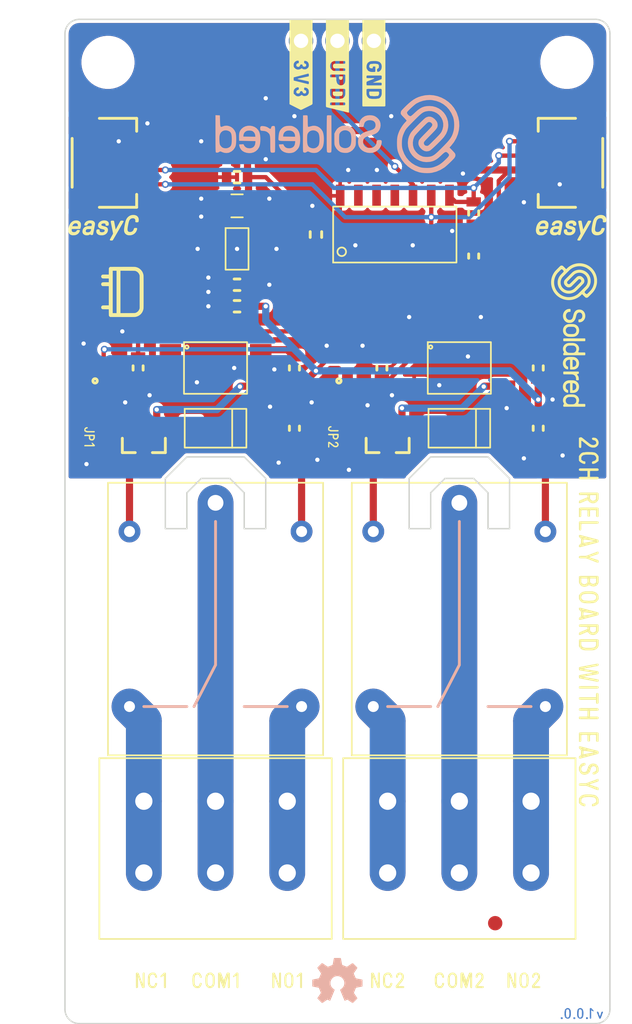
<source format=kicad_pcb>
(kicad_pcb (version 20210126) (generator pcbnew)
  (layers (0 "F.Cu" signal) (31 "B.Cu" signal) (34 "B.Paste" user) (35 "F.Paste" user) (36 "B.SilkS" user "B.Silkscreen") (37 "F.SilkS" user "F.Silkscreen") (38 "B.Mask" user) (39 "F.Mask" user) (44 "Edge.Cuts" user))
  (net 0 "")
  (net 1 "Net-(D1-Pad2)")
  (net 2 "Net-(D2-Pad2)")
  (net 3 "Net-(D2-Pad1)")
  (net 4 "Net-(D3-Pad2)")
  (net 5 "Net-(D4-Pad2)")
  (net 6 "Net-(D4-Pad1)")
  (net 7 "NC1")
  (net 8 "COM1")
  (net 9 "NO1")
  (net 10 "GND")
  (net 11 "IN2")
  (net 12 "IN1")
  (net 13 "NC2")
  (net 14 "COM2")
  (net 15 "NO2")
  (net 16 "Net-(Q1-Pad1)")
  (net 17 "Net-(Q2-Pad1)")
  (net 18 "Net-(R1-Pad1)")
  (net 19 "Net-(R3-Pad1)")
  (net 20 "Net-(R5-Pad1)")
  (net 21 "Net-(R7-Pad1)")
  (net 22 "3V3")
  (net 23 "5V")
  (net 24 "Net-(JP1-Pad1)")
  (net 25 "Net-(JP2-Pad1)")
  (net 26 "SDA")
  (net 27 "SCL")
  (net 28 "UPDI")
  (net 29 "Net-(L1-Pad1)")
  (footprint "e-radionica.com footprinti:SOIC-14" (layer "F.Cu") (at 103 95 90)
    (fp_text reference "U3")
    (fp_text value "ATTINY404-SSNR")
    (pad "1" smd rect (at -2.7 -3.81 90) (size 1.55 0.6) (layers "F.Cu" "F.Paste" "F.Mask") (net 22 "3V3"))
    (pad "2" smd rect (at -2.7 -2.54 90) (size 1.55 0.6) (layers "F.Cu" "F.Paste" "F.Mask") (net 12 "IN1"))
    (pad "3" smd rect (at -2.7 -1.27 90) (size 1.55 0.6) (layers "F.Cu" "F.Paste" "F.Mask") (net 11 "IN2"))
    (pad "4" smd rect (at -2.7 0 90) (size 1.55 0.6) (layers "F.Cu" "F.Paste" "F.Mask"))
    (pad "5" smd rect (at -2.7 1.27 90) (size 1.55 0.6) (layers "F.Cu" "F.Paste" "F.Mask"))
    (pad "6" smd rect (at -2.7 2.54 90) (size 1.55 0.6) (layers "F.Cu" "F.Paste" "F.Mask"))
    (pad "7" smd rect (at -2.7 3.81 90) (size 1.55 0.6) (layers "F.Cu" "F.Paste" "F.Mask"))
    (pad "8" smd rect (at 2.7 3.81 90) (size 1.55 0.6) (layers "F.Cu" "F.Paste" "F.Mask") (net 26 "SDA"))
    (pad "9" smd rect (at 2.7 2.54 90) (size 1.55 0.6) (layers "F.Cu" "F.Paste" "F.Mask") (net 27 "SCL"))
    (pad "10" smd rect (at 2.7 1.27 90) (size 1.55 0.6) (layers "F.Cu" "F.Paste" "F.Mask") (net 28 "UPDI"))
    (pad "11" smd rect (at 2.7 0 90) (size 1.55 0.6) (layers "F.Cu" "F.Paste" "F.Mask"))
    (pad "12" smd rect (at 2.7 -1.27 90) (size 1.55 0.6) (layers "F.Cu" "F.Paste" "F.Mask"))
    (pad "13" smd rect (at 2.7 -2.54 90) (size 1.55 0.6) (layers "F.Cu" "F.Paste" "F.Mask"))
    (pad "14" smd rect (at 2.7 -3.81 90) (size 1.55 0.6) (layers "F.Cu" "F.Paste" "F.Mask") (net 10 "GND"))
  )
  (footprint "e-radionica.com footprinti:SMD-JUMPER-CONNECTED_TRACE_NOSLODERMASK" (layer "F.Cu") (at 82.7 109.1 -90)
    (fp_text reference "JP1")
    (fp_text value "SMD-JUMPER-CONNECTED_TRACE_NOSLODERMASK")
    (fp_poly (pts (xy 0.1 0.1) (xy -0.1 0.1) (xy -0.1 -0.1) (xy 0.1 -0.1)) (layer "F.Cu") (width 0.1) (fill solid))
    (pad "1" smd rect (at -0.35 0 270) (size 0.5 1) (layers "F.Cu") (net 24 "Net-(JP1-Pad1)"))
    (pad "2" smd rect (at 0.35 0 270) (size 0.5 1) (layers "F.Cu") (net 3 "Net-(D2-Pad1)"))
  )
  (footprint "buzzardLabel" (layer "F.Cu") (at 81.7 109.1 -90)
    (fp_text reference "" (at 0 0 90) (layer "F.SilkS") (effects (font (size 1.27 1.27))))
    (fp_text value "" (at 0 0 90) (layer "F.SilkS") (effects (font (size 1.27 1.27))))
  )
  (footprint "e-radionica.com footprinti:0603C" (layer "F.Cu") (at 92 91)
    (fp_text reference "C4")
    (fp_text value "C1608X7S1A475K080AC")
    (pad "1" smd rect (at -0.73 0) (size 0.66 1) (layers "F.Cu" "F.Paste" "F.Mask") (net 10 "GND"))
    (pad "2" smd rect (at 0.73 0) (size 0.66 1) (layers "F.Cu" "F.Paste" "F.Mask") (net 22 "3V3"))
  )
  (footprint "e-radionica.com footprinti:SOT-23-3" (layer "F.Cu") (at 102.5 109.5 -90)
    (fp_text reference "Q2")
    (fp_text value "NPN-SOT-23-3")
    (pad "1" smd rect (at -1.2 -0.95) (size 0.6 1) (layers "F.Cu" "F.Paste" "F.Mask") (net 17 "Net-(Q2-Pad1)"))
    (pad "2" smd rect (at -1.2 0.95) (size 0.6 1) (layers "F.Cu" "F.Paste" "F.Mask") (net 10 "GND"))
    (pad "3" smd rect (at 1.2 0) (size 0.6 1) (layers "F.Cu" "F.Paste" "F.Mask") (net 6 "Net-(D4-Pad1)"))
  )
  (footprint "e-radionica.com footprinti:0603R" (layer "F.Cu") (at 108.5 93.5 -90)
    (fp_text reference "R9")
    (fp_text value "10k")
    (pad "1" smd rect (at -0.775 0) (size 1 0.64) (layers "F.Cu" "F.Paste" "F.Mask") (net 26 "SDA"))
    (pad "2" smd rect (at 0.775 0) (size 1 0.64) (layers "F.Cu" "F.Paste" "F.Mask") (net 22 "3V3"))
  )
  (footprint "e-radionica.com footprinti:FIDUCIAL_1MM_PASTE" (layer "F.Cu") (at 81.5 90)
    (fp_text reference "FD1")
    (fp_text value "Fiducial_Stencil")
    (pad "1" smd circle (at 0 0) (size 1 1) (property pad_prop_fiducial_glob) (layers "F.Cu" "F.Paste" "F.Mask"))
  )
  (footprint "e-radionica.com footprinti:0603C" (layer "F.Cu") (at 92 98.5)
    (fp_text reference "C2")
    (fp_text value "CL10A226MPCNUBE")
    (pad "1" smd rect (at -0.73 0) (size 0.66 1) (layers "F.Cu" "F.Paste" "F.Mask") (net 10 "GND"))
    (pad "2" smd rect (at 0.73 0) (size 0.66 1) (layers "F.Cu" "F.Paste" "F.Mask") (net 23 "5V"))
  )
  (footprint "Soldered Graphics:Logo-Front-SolderedFULL-10mm" (layer "F.Cu") (at 115.5 102 -90)
    (fp_text reference "G***" hide)
    (fp_text value "LOGO" hide)
  )
  (footprint "e-radionica.com footprinti:HEADER-UPDI" (layer "F.Cu") (at 99 81.5)
    (fp_text reference "K6")
    (fp_text value "HEADER-UPDI")
    (pad "1" thru_hole circle (at -2.54 0) (size 1.7 1.7) (drill 1) (layers *.Cu "B.Mask") (net 22 "3V3"))
    (pad "2" thru_hole circle (at 0 0) (size 1.7 1.7) (drill 1) (layers *.Cu "B.Mask") (net 28 "UPDI"))
    (pad "3" thru_hole circle (at 2.54 0) (size 1.7 1.7) (drill 1) (layers *.Cu "B.Mask") (net 10 "GND"))
  )
  (footprint "buzzardLabel" (layer "F.Cu") (at 101.54 79.6 -90)
    (fp_text reference "" (at 0 0 90) (layer "F.SilkS") (effects (font (size 1.27 1.27))))
    (fp_text value "" (at 0 0 90) (layer "F.SilkS") (effects (font (size 1.27 1.27))))
  )
  (footprint "e-radionica.com footprinti:HOLE_3.2mm" (layer "F.Cu") (at 115 147)
    (fp_text reference "H2" hide)
    (fp_text value "HOLE_3.2mm" hide)
    (pad "" np_thru_hole circle (at 0 0) (size 3.2 3.2) (drill 3.2) (layers F&B.Cu *.Mask))
  )
  (footprint "e-radionica.com footprinti:HOLE_3.2mm" (layer "F.Cu") (at 83 83)
    (fp_text reference "H4" hide)
    (fp_text value "HOLE_3.2mm" hide)
    (pad "" np_thru_hole circle (at 0 0) (size 3.2 3.2) (drill 3.2) (layers F&B.Cu *.Mask))
  )
  (footprint "e-radionica.com footprinti:0402R" (layer "F.Cu") (at 82.7 106.7 90)
    (fp_text reference "R2")
    (fp_text value "1k")
    (pad "1" smd rect (at -0.5 0 180) (size 0.64 0.54) (layers "F.Cu" "F.Paste" "F.Mask") (net 24 "Net-(JP1-Pad1)"))
    (pad "2" smd rect (at 0.5 0 180) (size 0.64 0.54) (layers "F.Cu" "F.Paste" "F.Mask") (net 1 "Net-(D1-Pad2)"))
  )
  (footprint "e-radionica.com footprinti:easyC-connector" (layer "F.Cu") (at 83.3 90 90)
    (fp_text reference "K7")
    (fp_text value "easyC-SMD")
    (pad "1" smd rect (at -1.5 2.15 90) (size 0.6 1.55) (layers "F.Cu" "F.Paste" "F.Mask") (net 27 "SCL"))
    (pad "2" smd rect (at -0.5 2.15 90) (size 0.6 1.55) (layers "F.Cu" "F.Paste" "F.Mask") (net 26 "SDA"))
    (pad "3" smd rect (at 0.5 2.15 90) (size 0.6 1.55) (layers "F.Cu" "F.Paste" "F.Mask") (net 22 "3V3"))
    (pad "4" smd rect (at 1.5 2.15 90) (size 0.6 1.55) (layers "F.Cu" "F.Paste" "F.Mask") (net 10 "GND"))
    (pad "5" smd rect (at -2.6 -2.15 90) (size 1.2 1.8) (layers "F.Cu" "F.Paste" "F.Mask") (net 10 "GND"))
    (pad "5" smd rect (at 2.6 -2.15 90) (size 1.2 1.8) (layers "F.Cu" "F.Paste" "F.Mask") (net 10 "GND"))
  )
  (footprint "e-radionica.com footprinti:PC357_OPTO" (layer "F.Cu") (at 90.5 104.3)
    (fp_text reference "U1")
    (fp_text value "PC357_OPTO")
    (pad "1" smd rect (at -3.15 -1.27) (size 1.5 0.8) (layers "F.Cu" "F.Paste" "F.Mask") (net 18 "Net-(R1-Pad1)"))
    (pad "2" smd rect (at -3.15 1.27) (size 1.5 0.8) (layers "F.Cu" "F.Paste" "F.Mask") (net 10 "GND"))
    (pad "3" smd rect (at 3.15 1.27) (size 1.5 0.8) (layers "F.Cu" "F.Paste" "F.Mask") (net 16 "Net-(Q1-Pad1)"))
    (pad "4" smd rect (at 3.15 -1.27) (size 1.5 0.8) (layers "F.Cu" "F.Paste" "F.Mask") (net 19 "Net-(R3-Pad1)"))
  )
  (footprint "e-radionica.com footprinti:0603R" (layer "F.Cu") (at 96 108.5 90)
    (fp_text reference "R4")
    (fp_text value "10R")
    (pad "1" smd rect (at -0.775 0 180) (size 1 0.64) (layers "F.Cu" "F.Paste" "F.Mask") (net 2 "Net-(D2-Pad2)"))
    (pad "2" smd rect (at 0.775 0 180) (size 1 0.64) (layers "F.Cu" "F.Paste" "F.Mask") (net 23 "5V"))
  )
  (footprint "buzzardLabel" (layer "F.Cu") (at 99 79.6 -90)
    (fp_text reference "" (at 0 0 90) (layer "F.SilkS") (effects (font (size 1.27 1.27))))
    (fp_text value "" (at 0 0 90) (layer "F.SilkS") (effects (font (size 1.27 1.27))))
  )
  (footprint "e-radionica.com footprinti:0603R" (layer "F.Cu") (at 96 104.3 -90)
    (fp_text reference "R3")
    (fp_text value "330R")
    (pad "1" smd rect (at -0.775 0) (size 1 0.64) (layers "F.Cu" "F.Paste" "F.Mask") (net 19 "Net-(R3-Pad1)"))
    (pad "2" smd rect (at 0.775 0) (size 1 0.64) (layers "F.Cu" "F.Paste" "F.Mask") (net 23 "5V"))
  )
  (footprint "buzzardLabel" (layer "F.Cu") (at 90.5 147)
    (fp_text reference "" (at 0 0) (layer "F.SilkS") (effects (font (size 1.27 1.27))))
    (fp_text value "" (at 0 0) (layer "F.SilkS") (effects (font (size 1.27 1.27))))
  )
  (footprint "buzzardLabel" (layer "F.Cu") (at 116.5 122 -90)
    (fp_text reference "" (at 0 0 90) (layer "F.SilkS") (effects (font (size 1.27 1.27))))
    (fp_text value "" (at 0 0 90) (layer "F.SilkS") (effects (font (size 1.27 1.27))))
  )
  (footprint "Soldered Graphics:Logo-Front-easyC-5mm" (layer "F.Cu") (at 115.3 94.5)
    (fp_text reference "G***" hide)
    (fp_text value "LOGO" hide)
  )
  (footprint "e-radionica.com footprinti:0402LED" (layer "F.Cu") (at 82.7 104.3 -90)
    (fp_text reference "D1")
    (fp_text value "purple")
    (pad "1" smd rect (at -0.55 0) (size 0.75 0.45) (layers "F.Cu" "F.Paste" "F.Mask") (net 23 "5V"))
    (pad "2" smd rect (at 0.55 0) (size 0.75 0.45) (layers "F.Cu" "F.Paste" "F.Mask") (net 1 "Net-(D1-Pad2)"))
  )
  (footprint "buzzardLabel" (layer "F.Cu") (at 107.5 147)
    (fp_text reference "" (at 0 0) (layer "F.SilkS") (effects (font (size 1.27 1.27))))
    (fp_text value "" (at 0 0) (layer "F.SilkS") (effects (font (size 1.27 1.27))))
  )
  (footprint "buzzardLabel" (layer "F.Cu") (at 102.5 147)
    (fp_text reference "" (at 0 0) (layer "F.SilkS") (effects (font (size 1.27 1.27))))
    (fp_text value "" (at 0 0) (layer "F.SilkS") (effects (font (size 1.27 1.27))))
  )
  (footprint "e-radionica.com footprinti:0603C" (layer "F.Cu") (at 97.5 95 90)
    (fp_text reference "C1")
    (fp_text value "0.1uF")
    (pad "1" smd rect (at -0.73 0 90) (size 0.66 1) (layers "F.Cu" "F.Paste" "F.Mask") (net 22 "3V3"))
    (pad "2" smd rect (at 0.73 0 90) (size 0.66 1) (layers "F.Cu" "F.Paste" "F.Mask") (net 10 "GND"))
  )
  (footprint "e-radionica.com footprinti:SRD_RELAY_5V" (layer "F.Cu") (at 90.5 121.8 90)
    (fp_text reference "K1")
    (fp_text value "SRD_RELAY_5V")
    (pad "1" thru_hole circle (at 6.1 6 90) (size 1.524 1.524) (drill 0.762) (layers *.Cu *.Mask) (net 2 "Net-(D2-Pad2)"))
    (pad "2" thru_hole circle (at 6.1 -6 90) (size 1.524 1.524) (drill 0.762) (layers *.Cu *.Mask) (net 3 "Net-(D2-Pad1)"))
    (pad "3" thru_hole circle (at -6.1 6 90) (size 1.524 1.524) (drill 0.762) (layers *.Cu *.Mask) (net 9 "NO1"))
    (pad "4" thru_hole circle (at 8.1 0 90) (size 1.524 1.524) (drill 1.1) (layers *.Cu *.Mask) (net 8 "COM1"))
    (pad "5" thru_hole circle (at -6.1 -6 90) (size 1.524 1.524) (drill 0.762) (layers *.Cu *.Mask) (net 7 "NC1"))
  )
  (footprint "Soldered Graphics:Logo-Back-OSH-3.5mm" (layer "F.Cu") (at 99 147)
    (fp_text reference "G***" hide)
    (fp_text value "LOGO" hide)
  )
  (footprint "e-radionica.com footprinti:0603R" (layer "F.Cu") (at 113 108.5 90)
    (fp_text reference "R8")
    (fp_text value "10R")
    (pad "1" smd rect (at -0.775 0 180) (size 1 0.64) (layers "F.Cu" "F.Paste" "F.Mask") (net 5 "Net-(D4-Pad2)"))
    (pad "2" smd rect (at 0.775 0 180) (size 1 0.64) (layers "F.Cu" "F.Paste" "F.Mask") (net 23 "5V"))
  )
  (footprint "e-radionica.com footprinti:tps613222a" (layer "F.Cu") (at 92 96)
    (fp_text reference "U4")
    (fp_text value "TPS613222A")
    (pad "1" smd rect (at -1.3 -0.95) (size 1.1 0.6) (layers "F.Cu" "F.Paste" "F.Mask") (net 29 "Net-(L1-Pad1)"))
    (pad "2" smd rect (at -1.3 0) (size 1.1 0.6) (layers "F.Cu" "F.Paste" "F.Mask") (net 10 "GND"))
    (pad "3" smd rect (at -1.3 0.95) (size 1.1 0.6) (layers "F.Cu" "F.Paste" "F.Mask"))
    (pad "4" smd rect (at 1.3 0.95) (size 1.1 0.6) (layers "F.Cu" "F.Paste" "F.Mask") (net 23 "5V"))
    (pad "5" smd rect (at 1.3 -0.95) (size 1.1 0.6) (layers "F.Cu" "F.Paste" "F.Mask"))
  )
  (footprint "e-radionica.com footprinti:0603R" (layer "F.Cu") (at 85.1 104.3 90)
    (fp_text reference "R1")
    (fp_text value "100R")
    (pad "1" smd rect (at -0.775 0 180) (size 1 0.64) (layers "F.Cu" "F.Paste" "F.Mask") (net 18 "Net-(R1-Pad1)"))
    (pad "2" smd rect (at 0.775 0 180) (size 1 0.64) (layers "F.Cu" "F.Paste" "F.Mask") (net 12 "IN1"))
  )
  (footprint "e-radionica.com footprinti:FIDUCIAL_1MM_PASTE" (layer "F.Cu") (at 110 143)
    (fp_text reference "FD2")
    (fp_text value "Fiducial_Stencil")
    (pad "1" smd circle (at 0 0) (size 1 1) (property pad_prop_fiducial_glob) (layers "F.Cu" "F.Paste" "F.Mask"))
  )
  (footprint "Soldered Graphics:Logo-Front-easyC-5mm" (layer "F.Cu") (at 82.7 94.5)
    (fp_text reference "G***" hide)
    (fp_text value "LOGO" hide)
  )
  (footprint "e-radionica.com footprinti:0806L" (layer "F.Cu") (at 92 93)
    (fp_text reference "L1")
    (fp_text value "DFE201612E-2R2M=P2")
    (pad "1" smd rect (at -0.8 0) (size 0.8 1.8) (layers "F.Cu" "F.Paste" "F.Mask") (net 29 "Net-(L1-Pad1)"))
    (pad "2" smd rect (at 0.8 0) (size 0.8 1.8) (layers "F.Cu" "F.Paste" "F.Mask") (net 22 "3V3"))
  )
  (footprint "e-radionica.com footprinti:M4_DIODA" (layer "F.Cu") (at 107.5 108.5)
    (fp_text reference "D4")
    (fp_text value "M4_DIODA")
    (pad "1" smd rect (at -1.69 0) (size 1.27 1.47) (layers "F.Cu" "F.Paste" "F.Mask") (net 6 "Net-(D4-Pad1)"))
    (pad "2" smd rect (at 1.69 0) (size 1.27 1.47) (layers "F.Cu" "F.Paste" "F.Mask") (net 5 "Net-(D4-Pad2)"))
  )
  (footprint "buzzardLabel" (layer "F.Cu") (at 96.46 79.6 -90)
    (fp_text reference "" (at 0 0 90) (layer "F.SilkS") (effects (font (size 1.27 1.27))))
    (fp_text value "" (at 0 0 90) (layer "F.SilkS") (effects (font (size 1.27 1.27))))
  )
  (footprint "e-radionica.com footprinti:0603R" (layer "F.Cu") (at 108.5 96.5 90)
    (fp_text reference "R10")
    (fp_text value "10k")
    (pad "1" smd rect (at -0.775 0 180) (size 1 0.64) (layers "F.Cu" "F.Paste" "F.Mask") (net 27 "SCL"))
    (pad "2" smd rect (at 0.775 0 180) (size 1 0.64) (layers "F.Cu" "F.Paste" "F.Mask") (net 22 "3V3"))
  )
  (footprint "e-radionica.com footprinti:0603R" (layer "F.Cu") (at 102.1 104.3 90)
    (fp_text reference "R5")
    (fp_text value "100R")
    (pad "1" smd rect (at -0.775 0 180) (size 1 0.64) (layers "F.Cu" "F.Paste" "F.Mask") (net 20 "Net-(R5-Pad1)"))
    (pad "2" smd rect (at 0.775 0 180) (size 1 0.64) (layers "F.Cu" "F.Paste" "F.Mask") (net 11 "IN2"))
  )
  (footprint "e-radionica.com footprinti:0603C" (layer "F.Cu") (at 92 100)
    (fp_text reference "C3")
    (fp_text value "CL10A226MPCNUBE")
    (pad "1" smd rect (at -0.73 0) (size 0.66 1) (layers "F.Cu" "F.Paste" "F.Mask") (net 10 "GND"))
    (pad "2" smd rect (at 0.73 0) (size 0.66 1) (layers "F.Cu" "F.Paste" "F.Mask") (net 23 "5V"))
  )
  (footprint "e-radionica.com footprinti:0603R" (layer "F.Cu") (at 113 104.3 -90)
    (fp_text reference "R7")
    (fp_text value "330R")
    (pad "1" smd rect (at -0.775 0) (size 1 0.64) (layers "F.Cu" "F.Paste" "F.Mask") (net 21 "Net-(R7-Pad1)"))
    (pad "2" smd rect (at 0.775 0) (size 1 0.64) (layers "F.Cu" "F.Paste" "F.Mask") (net 23 "5V"))
  )
  (footprint "e-radionica.com footprinti:0402LED" (layer "F.Cu") (at 99.7 104.3 -90)
    (fp_text reference "D3")
    (fp_text value "purple")
    (pad "1" smd rect (at -0.55 0) (size 0.75 0.45) (layers "F.Cu" "F.Paste" "F.Mask") (net 23 "5V"))
    (pad "2" smd rect (at 0.55 0) (size 0.75 0.45) (layers "F.Cu" "F.Paste" "F.Mask") (net 4 "Net-(D3-Pad2)"))
  )
  (footprint "buzzardLabel" (layer "F.Cu") (at 95.5 147)
    (fp_text reference "" (at 0 0) (layer "F.SilkS") (effects (font (size 1.27 1.27))))
    (fp_text value "" (at 0 0) (layer "F.SilkS") (effects (font (size 1.27 1.27))))
  )
  (footprint "e-radionica.com footprinti:HOLE_3.2mm" (layer "F.Cu") (at 115 83)
    (fp_text reference "H3" hide)
    (fp_text value "HOLE_3.2mm" hide)
    (pad "" np_thru_hole circle (at 0 0) (size 3.2 3.2) (drill 3.2) (layers F&B.Cu *.Mask))
  )
  (footprint "buzzardLabel" (layer "F.Cu") (at 86 147)
    (fp_text reference "" (at 0 0) (layer "F.SilkS") (effects (font (size 1.27 1.27))))
    (fp_text value "" (at 0 0) (layer "F.SilkS") (effects (font (size 1.27 1.27))))
  )
  (footprint "Soldered Graphics:Logo-Back-SolderedFULL-17mm" (layer "F.Cu") (at 99 88)
    (fp_text reference "REF**" hide)
    (fp_text value "Logo-Front-SolderedFULL-17mm" hide)
  )
  (footprint "e-radionica.com footprinti:SOT-23-3" (layer "F.Cu") (at 85.5 109.5 -90)
    (fp_text reference "Q1")
    (fp_text value "NPN-SOT-23-3")
    (pad "1" smd rect (at -1.2 -0.95) (size 0.6 1) (layers "F.Cu" "F.Paste" "F.Mask") (net 16 "Net-(Q1-Pad1)"))
    (pad "2" smd rect (at -1.2 0.95) (size 0.6 1) (layers "F.Cu" "F.Paste" "F.Mask") (net 10 "GND"))
    (pad "3" smd rect (at 1.2 0) (size 0.6 1) (layers "F.Cu" "F.Paste" "F.Mask") (net 3 "Net-(D2-Pad1)"))
  )
  (footprint "Soldered Graphics:Symbol-Front-Relay" (layer "F.Cu") (at 84 99 -90)
    (fp_text reference "G***" hide)
    (fp_text value "LOGO" hide)
  )
  (footprint "e-radionica.com footprinti:SMD-JUMPER-CONNECTED_TRACE_NOSLODERMASK" (layer "F.Cu") (at 99.7 109.1 -90)
    (fp_text reference "JP2")
    (fp_text value "SMD-JUMPER-CONNECTED_TRACE_NOSLODERMASK")
    (fp_poly (pts (xy 0.1 0.1) (xy -0.1 0.1) (xy -0.1 -0.1) (xy 0.1 -0.1)) (layer "F.Cu") (width 0.1) (fill solid))
    (pad "1" smd rect (at -0.35 0 270) (size 0.5 1) (layers "F.Cu") (net 25 "Net-(JP2-Pad1)"))
    (pad "2" smd rect (at 0.35 0 270) (size 0.5 1) (layers "F.Cu") (net 6 "Net-(D4-Pad1)"))
  )
  (footprint "e-radionica.com footprinti:PC357_OPTO" (layer "F.Cu") (at 107.5 104.3)
    (fp_text reference "U2")
    (fp_text value "PC357_OPTO")
    (pad "1" smd rect (at -3.15 -1.27) (size 1.5 0.8) (layers "F.Cu" "F.Paste" "F.Mask") (net 20 "Net-(R5-Pad1)"))
    (pad "2" smd rect (at -3.15 1.27) (size 1.5 0.8) (layers "F.Cu" "F.Paste" "F.Mask") (net 10 "GND"))
    (pad "3" smd rect (at 3.15 1.27) (size 1.5 0.8) (layers "F.Cu" "F.Paste" "F.Mask") (net 17 "Net-(Q2-Pad1)"))
    (pad "4" smd rect (at 3.15 -1.27) (size 1.5 0.8) (layers "F.Cu" "F.Paste" "F.Mask") (net 21 "Net-(R7-Pad1)"))
  )
  (footprint "buzzardLabel" (layer "F.Cu") (at 112 147)
    (fp_text reference "" (at 0 0) (layer "F.SilkS") (effects (font (size 1.27 1.27))))
    (fp_text value "" (at 0 0) (layer "F.SilkS") (effects (font (size 1.27 1.27))))
  )
  (footprint "buzzardLabel" (layer "F.Cu") (at 98.7 109.1 -90)
    (fp_text reference "" (at 0 0 90) (layer "F.SilkS") (effects (font (size 1.27 1.27))))
    (fp_text value "" (at 0 0 90) (layer "F.SilkS") (effects (font (size 1.27 1.27))))
  )
  (footprint "e-radionica.com footprinti:M4_DIODA" (layer "F.Cu") (at 90.5 108.5)
    (fp_text reference "D2")
    (fp_text value "M4_DIODA")
    (pad "1" smd rect (at -1.69 0) (size 1.27 1.47) (layers "F.Cu" "F.Paste" "F.Mask") (net 3 "Net-(D2-Pad1)"))
    (pad "2" smd rect (at 1.69 0) (size 1.27 1.47) (layers "F.Cu" "F.Paste" "F.Mask") (net 2 "Net-(D2-Pad2)"))
  )
  (footprint "e-radionica.com footprinti:easyC-connector" (layer "F.Cu") (at 114.7 90 -90)
    (fp_text reference "K3")
    (fp_text value "easyC-SMD")
    (pad "1" smd rect (at -1.5 2.15 270) (size 0.6 1.55) (layers "F.Cu" "F.Paste" "F.Mask") (net 27 "SCL"))
    (pad "2" smd rect (at -0.5 2.15 270) (size 0.6 1.55) (layers "F.Cu" "F.Paste" "F.Mask") (net 26 "SDA"))
    (pad "3" smd rect (at 0.5 2.15 270) (size 0.6 1.55) (layers "F.Cu" "F.Paste" "F.Mask") (net 22 "3V3"))
    (pad "4" smd rect (at 1.5 2.15 270) (size 0.6 1.55) (layers "F.Cu" "F.Paste" "F.Mask") (net 10 "GND"))
    (pad "5" smd rect (at 2.6 -2.15 270) (size 1.2 1.8) (layers "F.Cu" "F.Paste" "F.Mask") (net 10 "GND"))
    (pad "5" smd rect (at -2.6 -2.15 270) (size 1.2 1.8) (layers "F.Cu" "F.Paste" "F.Mask") (net 10 "GND"))
  )
  (footprint "e-radionica.com footprinti:HOLE_3.2mm" (layer "F.Cu") (at 83 147)
    (fp_text reference "H1" hide)
    (fp_text value "HOLE_3.2mm" hide)
    (pad "" np_thru_hole circle (at 0 0) (size 3.2 3.2) (drill 3.2) (layers F&B.Cu *.Mask))
  )
  (footprint "e-radionica.com footprinti:SRD_RELAY_5V" (layer "F.Cu") (at 107.5 121.8 90)
    (fp_text reference "K4")
    (fp_text value "SRD_RELAY_5V")
    (pad "1" thru_hole circle (at 6.1 6 90) (size 1.524 1.524) (drill 0.762) (layers *.Cu *.Mask) (net 5 "Net-(D4-Pad2)"))
    (pad "2" thru_hole circle (at 6.1 -6 90) (size 1.524 1.524) (drill 0.762) (layers *.Cu *.Mask) (net 6 "Net-(D4-Pad1)"))
    (pad "3" thru_hole circle (at -6.1 6 90) (size 1.524 1.524) (drill 0.762) (layers *.Cu *.Mask) (net 15 "NO2"))
    (pad "4" thru_hole circle (at 8.1 0 90) (size 1.524 1.524) (drill 1.1) (layers *.Cu *.Mask) (net 14 "COM2"))
    (pad "5" thru_hole circle (at -6.1 -6 90) (size 1.524 1.524) (drill 0.762) (layers *.Cu *.Mask) (net 13 "NC2"))
  )
  (footprint "e-radionica.com footprinti:0402R" (layer "F.Cu") (at 99.7 106.7 90)
    (fp_text reference "R6")
    (fp_text value "1k")
    (pad "1" smd rect (at -0.5 0 180) (size 0.64 0.54) (layers "F.Cu" "F.Paste" "F.Mask") (net 25 "Net-(JP2-Pad1)"))
    (pad "2" smd rect (at 0.5 0 180) (size 0.64 0.54) (layers "F.Cu" "F.Paste" "F.Mask") (net 4 "Net-(D3-Pad2)"))
  )
  (footprint "e-radionica.com footprinti:TERMINAL_KF235-5.0-3P" (layer "F.Cu") (at 107.5 137)
    (fp_text reference "K5")
    (fp_text value "TERMINAL_KF235-5.0-3P")
    (pad "1" thru_hole circle (at 5 2.5) (size 1.8 1.8) (drill 1.2) (layers *.Cu *.Mask) (net 15 "NO2"))
    (pad "1" thru_hole circle (at 5 -2.5) (size 1.8 1.8) (drill 1.2) (layers *.Cu *.Mask) (net 15 "NO2"))
    (pad "2" thru_hole circle (at 0 -2.5) (size 1.8 1.8) (drill 1.2) (layers *.Cu *.Mask) (net 14 "COM2"))
    (pad "2" thru_hole circle (at 0 2.5) (size 1.8 1.8) (drill 1.2) (layers *.Cu *.Mask) (net 14 "COM2"))
    (pad "3" thru_hole circle (at -5 2.5) (size 1.8 1.8) (drill 1.2) (layers *.Cu *.Mask) (net 13 "NC2"))
    (pad "3" thru_hole circle (at -5 -2.5) (size 1.8 1.8) (drill 1.2) (layers *.Cu *.Mask) (net 13 "NC2"))
  )
  (footprint "e-radionica.com footprinti:TERMINAL_KF235-5.0-3P" (layer "F.Cu") (at 90.5 137)
    (fp_text reference "K2")
    (fp_text value "TERMINAL_KF235-5.0-3P")
    (pad "1" thru_hole circle (at 5 2.5) (size 1.8 1.8) (drill 1.2) (layers *.Cu *.Mask) (net 9 "NO1"))
    (pad "1" thru_hole circle (at 5 -2.5) (size 1.8 1.8) (drill 1.2) (layers *.Cu *.Mask) (net 9 "NO1"))
    (pad "2" thru_hole circle (at 0 -2.5) (size 1.8 1.8) (drill 1.2) (layers *.Cu *.Mask) (net 8 "COM1"))
    (pad "2" thru_hole circle (at 0 2.5) (size 1.8 1.8) (drill 1.2) (layers *.Cu *.Mask) (net 8 "COM1"))
    (pad "3" thru_hole circle (at -5 2.5) (size 1.8 1.8) (drill 1.2) (layers *.Cu *.Mask) (net 7 "NC1"))
    (pad "3" thru_hole circle (at -5 -2.5) (size 1.8 1.8) (drill 1.2) (layers *.Cu *.Mask) (net 7 "NC1"))
  )
  (footprint "Soldered Graphics:Version1.0.0." (layer "B.Cu") (at 116 149.3 180)
    (fp_text reference "" (at 0 0) (layer "B.SilkS") (effects (font (size 1.27 1.27)) (justify mirror)))
    (fp_text value "" (at 0 0) (layer "B.SilkS") (effects (font (size 1.27 1.27)) (justify mirror)))
    (fp_poly (pts (xy -0.44 -0.38) (xy -0.39 -0.38) (xy -0.34 -0.37) (xy -0.34 -0.33) (xy -0.34 -0.27) (xy -0.38 -0.26) (xy -0.43 -0.26) (xy -0.46 -0.29) (xy -0.46 -0.34) (xy -0.44 -0.38)) (layer "B.Cu") (width 0.01) (fill solid))
    (fp_poly (pts (xy 0.06 -0.35) (xy 0.11 -0.35) (xy 0.17 -0.33) (xy 0.13 -0.28) (xy 0.03 -0.28) (xy -0.01 -0.25) (xy -0.03 -0.2) (xy -0.05 -0.15) (xy -0.05 -0.11) (xy -0.05 0.01) (xy -0.05 0.13) (xy -0.05 0.17) (xy -0.03 0.22) (xy -0.01 0.27) (xy 0.02 0.3) (xy 0.13 0.3) (xy 0.16 0.26) (xy 0.18 0.21) (xy 0.18 0.15) (xy 0.19 0.05) (xy 0.19 -0.08) (xy 0.19 -0.12) (xy 0.18 -0.17) (xy 0.16 -0.22) (xy 0.14 -0.27) (xy 0.14 -0.28) (xy 0.17 -0.32) (xy 0.21 -0.29) (xy 0.24 -0.26) (xy 0.26 -0.22) (xy 0.27 -0.16) (xy 0.28 -0.11) (xy 0.28 -0.06) (xy 0.28 0.06) (xy 0.28 0.12) (xy 0.27 0.17) (xy 0.26 0.22) (xy 0.25 0.27) (xy 0.22 0.3) (xy 0.19 0.34) (xy 0.13 0.37) (xy 0.08 0.38) (xy 0.02 0.38) (xy -0.03 0.35) (xy -0.08 0.31) (xy -0.1 0.28) (xy -0.12 0.23) (xy -0.14 0.18) (xy -0.14 0.13) (xy -0.15 0.08) (xy -0.15 -0.04) (xy -0.14 -0.1) (xy -0.14 -0.14) (xy -0.13 -0.2) (xy -0.11 -0.25) (xy -0.08 -0.28) (xy -0.05 -0.32) (xy 0.01 -0.35) (xy 0.06 -0.35)) (layer "B.Cu") (width 0.01) (fill solid))
    (fp_poly (pts (xy 0.43 -0.38) (xy 0.48 -0.38) (xy 0.54 -0.37) (xy 0.54 -0.33) (xy 0.54 -0.27) (xy 0.5 -0.26) (xy 0.45 -0.26) (xy 0.42 -0.29) (xy 0.42 -0.34) (xy 0.43 -0.38)) (layer "B.Cu") (width 0.01) (fill solid))
    (fp_poly (pts (xy -0.67 -0.35) (xy -0.62 -0.35) (xy -0.6 -0.31) (xy -0.6 0.35) (xy -0.64 0.38) (xy -0.69 0.38) (xy -0.73 0.34) (xy -0.84 0.22) (xy -0.86 0.17) (xy -0.83 0.16) (xy -0.73 0.22) (xy -0.69 0.23) (xy -0.69 -0.31) (xy -0.67 -0.35)) (layer "B.Cu") (width 0.01) (fill solid))
    (fp_poly (pts (xy 1.31 -0.38) (xy 1.36 -0.38) (xy 1.41 -0.37) (xy 1.42 -0.33) (xy 1.42 -0.27) (xy 1.38 -0.26) (xy 1.33 -0.26) (xy 1.3 -0.29) (xy 1.3 -0.34) (xy 1.31 -0.38)) (layer "B.Cu") (width 0.01) (fill solid))
    (fp_poly (pts (xy -1.33 -0.35) (xy -1.27 -0.35) (xy -1.25 -0.31) (xy -1.09 0.1) (xy -1.11 0.13) (xy -1.16 0.13) (xy -1.19 0.1) (xy -1.28 -0.16) (xy -1.3 -0.21) (xy -1.32 -0.17) (xy -1.41 0.09) (xy -1.44 0.13) (xy -1.49 0.13) (xy -1.51 0.1) (xy -1.36 -0.31) (xy -1.33 -0.35)) (layer "B.Cu") (width 0.01) (fill solid))
    (fp_poly (pts (xy 0.93 -0.35) (xy 0.99 -0.35) (xy 1.04 -0.33) (xy 1.01 -0.28) (xy 0.91 -0.28) (xy 0.87 -0.25) (xy 0.85 -0.2) (xy 0.83 -0.15) (xy 0.83 -0.11) (xy 0.82 0.01) (xy 0.83 0.13) (xy 0.83 0.17) (xy 0.84 0.22) (xy 0.87 0.27) (xy 0.9 0.3) (xy 1.01 0.3) (xy 1.04 0.26) (xy 1.05 0.21) (xy 1.06 0.15) (xy 1.07 0.05) (xy 1.07 -0.08) (xy 1.06 -0.12) (xy 1.06 -0.17) (xy 1.04 -0.22) (xy 1.02 -0.27) (xy 1.01 -0.28) (xy 1.05 -0.32) (xy 1.09 -0.29) (xy 1.12 -0.26) (xy 1.14 -0.22) (xy 1.15 -0.16) (xy 1.16 -0.11) (xy 1.16 -0.06) (xy 1.16 0.06) (xy 1.16 0.12) (xy 1.15 0.17) (xy 1.14 0.22) (xy 1.13 0.27) (xy 1.1 0.3) (xy 1.06 0.34) (xy 1.01 0.37) (xy 0.95 0.38) (xy 0.9 0.38) (xy 0.84 0.35) (xy 0.8 0.31) (xy 0.78 0.28) (xy 0.75 0.23) (xy 0.74 0.18) (xy 0.74 0.13) (xy 0.73 0.08) (xy 0.73 -0.04) (xy 0.73 -0.1) (xy 0.74 -0.14) (xy 0.75 -0.2) (xy 0.77 -0.25) (xy 0.79 -0.28) (xy 0.83 -0.32) (xy 0.89 -0.35) (xy 0.93 -0.35)) (layer "B.Cu") (width 0.01) (fill solid))
  )
  (gr_line (start 85.5 127.9) (end 88.5 127.9) (layer "B.SilkS") (width 0.2))
  (gr_line (start 107.5 115) (end 107.5 125) (layer "B.SilkS") (width 0.2))
  (gr_line (start 102.5 127.9) (end 105.5 127.9) (layer "B.SilkS") (width 0.2))
  (gr_line (start 107.5 125) (end 106 127.9) (layer "B.SilkS") (width 0.2))
  (gr_line (start 112.5 127.9) (end 109.5 127.9) (layer "B.SilkS") (width 0.2))
  (gr_line (start 90.5 125) (end 89 127.9) (layer "B.SilkS") (width 0.2))
  (gr_line (start 90.5 115) (end 90.5 125) (layer "B.SilkS") (width 0.2))
  (gr_line (start 95.5 127.9) (end 92.5 127.9) (layer "B.SilkS") (width 0.2))
  (gr_line (start 94 112) (end 94 115.5) (layer "Edge.Cuts") (width 0.1))
  (gr_line (start 117 80) (end 81 80) (layer "Edge.Cuts") (width 0.1))
  (gr_line (start 111 112) (end 111 115.5) (layer "Edge.Cuts") (width 0.1))
  (gr_line (start 106.5 112) (end 105.5 113) (layer "Edge.Cuts") (width 0.1))
  (gr_line (start 89.5 112) (end 88.5 113) (layer "Edge.Cuts") (width 0.1))
  (gr_line (start 105.5 115.5) (end 104 115.5) (layer "Edge.Cuts") (width 0.1))
  (gr_line (start 81 150) (end 117 150) (layer "Edge.Cuts") (width 0.1))
  (gr_line (start 105.5 110.5) (end 109.5 110.5) (layer "Edge.Cuts") (width 0.1))
  (gr_line (start 88.5 110.5) (end 92.5 110.5) (layer "Edge.Cuts") (width 0.1))
  (gr_line (start 109.5 113) (end 108.5 112) (layer "Edge.Cuts") (width 0.1))
  (gr_arc (start 117 80.999997) (end 117 80) (angle 90) (layer "Edge.Cuts") (width 0.1))
  (gr_line (start 109.5 115.5) (end 109.5 113) (layer "Edge.Cuts") (width 0.1))
  (gr_line (start 104 112) (end 105.5 110.5) (layer "Edge.Cuts") (width 0.1))
  (gr_arc (start 117 149) (end 118 149) (angle 90) (layer "Edge.Cuts") (width 0.1))
  (gr_line (start 108.5 112) (end 106.5 112) (layer "Edge.Cuts") (width 0.1))
  (gr_line (start 109.5 110.5) (end 111 112) (layer "Edge.Cuts") (width 0.1))
  (gr_arc (start 81 149) (end 81 150) (angle 90) (layer "Edge.Cuts") (width 0.1))
  (gr_line (start 111 115.5) (end 109.5 115.5) (layer "Edge.Cuts") (width 0.1))
  (gr_arc (start 80.999997 81) (end 80 81) (angle 90) (layer "Edge.Cuts") (width 0.1))
  (gr_line (start 105.5 113) (end 105.5 115.5) (layer "Edge.Cuts") (width 0.1))
  (gr_line (start 87 112) (end 88.5 110.5) (layer "Edge.Cuts") (width 0.1))
  (gr_line (start 92.5 115.5) (end 92.5 113) (layer "Edge.Cuts") (width 0.1))
  (gr_line (start 88.5 113) (end 88.5 115.5) (layer "Edge.Cuts") (width 0.1))
  (gr_line (start 94 115.5) (end 92.5 115.5) (layer "Edge.Cuts") (width 0.1))
  (gr_line (start 92.5 110.5) (end 94 112) (layer "Edge.Cuts") (width 0.1))
  (gr_line (start 80 81) (end 80 149) (layer "Edge.Cuts") (width 0.1))
  (gr_line (start 91.5 112) (end 89.5 112) (layer "Edge.Cuts") (width 0.1))
  (gr_line (start 118 149) (end 118 81) (layer "Edge.Cuts") (width 0.1))
  (gr_line (start 92.5 113) (end 91.5 112) (layer "Edge.Cuts") (width 0.1))
  (gr_line (start 87 115.5) (end 87 112) (layer "Edge.Cuts") (width 0.1))
  (gr_line (start 104 115.5) (end 104 112) (layer "Edge.Cuts") (width 0.1))
  (gr_line (start 88.5 115.5) (end 87 115.5) (layer "Edge.Cuts") (width 0.1))
  (segment (start 82.7 104.85) (end 82.7 106.2) (width 0.3) (layer "F.Cu") (net 1))
  (segment (start 94.4 109.3) (end 95.975 109.3) (width 0.5) (layer "F.Cu") (net 2))
  (segment (start 96.5 109.775) (end 96 109.275) (width 0.5) (layer "F.Cu") (net 2))
  (segment (start 95.975 109.3) (end 96 109.275) (width 0.5) (layer "F.Cu") (net 2))
  (segment (start 96.5 115.7) (end 96.5 109.775) (width 0.5) (layer "F.Cu") (net 2))
  (segment (start 93.6 108.5) (end 94.4 109.3) (width 0.5) (layer "F.Cu") (net 2))
  (segment (start 92.19 108.5) (end 93.6 108.5) (width 0.5) (layer "F.Cu") (net 2))
  (segment (start 83.7 110.7) (end 85.5 110.7) (width 0.3) (layer "F.Cu") (net 3))
  (segment (start 86.61 110.7) (end 88.81 108.5) (width 0.5) (layer "F.Cu") (net 3))
  (segment (start 84.5 111.7) (end 85.5 110.7) (width 0.5) (layer "F.Cu") (net 3))
  (segment (start 82.7 109.45) (end 82.7 109.7) (width 0.3) (layer "F.Cu") (net 3))
  (segment (start 84.5 115.7) (end 84.5 111.7) (width 0.5) (layer "F.Cu") (net 3))
  (segment (start 82.7 109.7) (end 83.7 110.7) (width 0.3) (layer "F.Cu") (net 3))
  (segment (start 85.5 110.7) (end 86.61 110.7) (width 0.5) (layer "F.Cu") (net 3))
  (segment (start 99.7 106.2) (end 99.7 104.85) (width 0.3) (layer "F.Cu") (net 4))
  (segment (start 109.19 108.5) (end 110.5 108.5) (width 0.5) (layer "F.Cu") (net 5))
  (segment (start 111.3 109.3) (end 112.975 109.3) (width 0.5) (layer "F.Cu") (net 5))
  (segment (start 110.5 108.5) (end 111.3 109.3) (width 0.5) (layer "F.Cu") (net 5))
  (segment (start 113.5 115.7) (end 113.5 109.775) (width 0.5) (layer "F.Cu") (net 5))
  (segment (start 113.5 109.775) (end 113 109.275) (width 0.5) (layer "F.Cu") (net 5))
  (segment (start 112.975 109.3) (end 113 109.275) (width 0.5) (layer "F.Cu") (net 5))
  (segment (start 101.5 111.7) (end 102.5 110.7) (width 0.5) (layer "F.Cu") (net 6))
  (segment (start 103.61 110.7) (end 105.81 108.5) (width 0.5) (layer "F.Cu") (net 6))
  (segment (start 101.5 115.7) (end 101.5 111.7) (width 0.5) (layer "F.Cu") (net 6))
  (segment (start 102.5 110.7) (end 103.61 110.7) (width 0.5) (layer "F.Cu") (net 6))
  (segment (start 99.7 109.7) (end 100.7 110.7) (width 0.3) (layer "F.Cu") (net 6))
  (segment (start 99.7 109.45) (end 99.7 109.7) (width 0.3) (layer "F.Cu") (net 6))
  (segment (start 100.7 110.7) (end 102.5 110.7) (width 0.3) (layer "F.Cu") (net 6))
  (segment (start 85.5 128.9) (end 84.5 127.9) (width 2.5) (layer "F.Cu") (net 7))
  (segment (start 85.5 139.5) (end 85.5 134.5) (width 2.5) (layer "F.Cu") (net 7))
  (segment (start 85.5 134.5) (end 85.5 128.9) (width 2.5) (layer "F.Cu") (net 7))
  (segment (start 85.5 134.5) (end 85.5 128.9) (width 2.5) (layer "B.Cu") (net 7))
  (segment (start 85.5 128.9) (end 84.5 127.9) (width 2.5) (layer "B.Cu") (net 7))
  (segment (start 85.5 139.5) (end 85.5 134.5) (width 2.5) (layer "B.Cu") (net 7))
  (segment (start 90.5 139.5) (end 90.5 134.5) (width 2.5) (layer "F.Cu") (net 8))
  (segment (start 90.5 134.5) (end 90.5 113.7) (width 2.5) (layer "F.Cu") (net 8))
  (segment (start 90.5 134.5) (end 90.5 139.5) (width 2.5) (layer "B.Cu") (net 8))
  (segment (start 90.5 113.7) (end 90.5 134.5) (width 2.5) (layer "B.Cu") (net 8))
  (segment (start 95.5 139.5) (end 95.5 134.5) (width 2.5) (layer "F.Cu") (net 9))
  (segment (start 95.5 128.9) (end 96.5 127.9) (width 2.5) (layer "F.Cu") (net 9))
  (segment (start 95.5 134.5) (end 95.5 128.9) (width 2.5) (layer "F.Cu") (net 9))
  (segment (start 95.5 139.5) (end 95.5 134.5) (width 2.5) (layer "B.Cu") (net 9))
  (segment (start 95.5 134.5) (end 95.5 128.9) (width 2.5) (layer "B.Cu") (net 9))
  (segment (start 95.5 128.9) (end 96.5 127.9) (width 2.5) (layer "B.Cu") (net 9))
  (via (at 114.7 110.4) (size 0.5) (drill 0.3) (layers "F.Cu" "B.Cu") (net 10))
  (via (at 101.1 106.9) (size 0.5) (drill 0.3) (layers "F.Cu" "B.Cu") (net 10))
  (via (at 97.25 93) (size 0.5) (drill 0.3) (layers "F.Cu" "B.Cu") (net 10))
  (via (at 102.75 86.75) (size 0.5) (drill 0.3) (layers "F.Cu" "B.Cu") (net 10))
  (via (at 81.3 102.6) (size 0.5) (drill 0.3) (layers "F.Cu" "B.Cu") (net 10))
  (via (at 84 101.75) (size 0.5) (drill 0.3) (layers "F.Cu" "B.Cu") (net 10))
  (via (at 107.75 90.75) (size 0.5) (drill 0.3) (layers "F.Cu" "B.Cu") (net 10))
  (via (at 112 110.6) (size 0.5) (drill 0.3) (layers "F.Cu" "B.Cu") (net 10))
  (via (at 97.6 110.7) (size 0.5) (drill 0.3) (layers "F.Cu" "B.Cu") (net 10))
  (via (at 100.75 102.75) (size 0.5) (drill 0.3) (layers "F.Cu" "B.Cu") (net 10))
  (via (at 94.3 107) (size 0.5) (drill 0.3) (layers "F.Cu" "B.Cu") (net 10))
  (via (at 112 92.75) (size 0.5) (drill 0.3) (layers "F.Cu" "B.Cu") (net 10))
  (via (at 114.5 91.5) (size 0.5) (drill 0.3) (layers "F.Cu" "B.Cu") (net 10))
  (via (at 110.8 107.1) (size 0.5) (drill 0.3) (layers "F.Cu" "B.Cu") (net 10))
  (via (at 84.2 106.7) (size 0.5) (drill 0.3) (layers "F.Cu" "B.Cu") (net 10))
  (via (at 92 96) (size 0.5) (drill 0.3) (layers "F.Cu" "B.Cu") (net 10))
  (via (at 96 86.75) (size 0.5) (drill 0.3) (layers "F.Cu" "B.Cu") (net 10))
  (via (at 90 98) (size 0.5) (drill 0.3) (layers "F.Cu" "B.Cu") (net 10))
  (via (at 114 106.5) (size 0.5) (drill 0.3) (layers "F.Cu" "B.Cu") (net 10))
  (via (at 91.8 104.3) (size 0.5) (drill 0.3) (layers "F.Cu" "B.Cu") (net 10))
  (via (at 104.25 95.75) (size 0.5) (drill 0.3) (layers "F.Cu" "B.Cu") (net 10))
  (via (at 108.1 103.5) (size 0.5) (drill 0.3) (layers "F.Cu" "B.Cu") (net 10))
  (via (at 101.75 90.5) (size 0.5) (drill 0.3) (layers "F.Cu" "B.Cu") (net 10))
  (via (at 99.75 90.5) (size 0.5) (drill 0.3) (layers "F.Cu" "B.Cu") (net 10))
  (via (at 94.75 96) (size 0.5) (drill 0.3) (layers "F.Cu" "B.Cu") (net 10))
  (via (at 97.2 106.7) (size 0.5) (drill 0.3) (layers "F.Cu" "B.Cu") (net 10))
  (via (at 102.8 106.2) (size 0.5) (drill 0.3) (layers "F.Cu" "B.Cu") (net 10))
  (via (at 89.5 88.5) (size 0.5) (drill 0.3) (layers "F.Cu" "B.Cu") (net 10))
  (via (at 90 99) (size 0.5) (drill 0.3) (layers "F.Cu" "B.Cu") (net 10))
  (via (at 104 100.75) (size 0.5) (drill 0.3) (layers "F.Cu" "B.Cu") (net 10))
  (via (at 85.75 87.25) (size 0.5) (drill 0.3) (layers "F.Cu" "B.Cu") (net 10))
  (via (at 89.2 105.3) (size 0.5) (drill 0.3) (layers "F.Cu" "B.Cu") (net 10))
  (via (at 85.9 106.2) (size 0.5) (drill 0.3) (layers "F.Cu" "B.Cu") (net 10))
  (via (at 90 100) (size 0.5) (drill 0.3) (layers "F.Cu" "B.Cu") (net 10))
  (via (at 83.75 88.5) (size 0.5) (drill 0.3) (layers "F.Cu" "B.Cu") (net 10))
  (via (at 107 94.75) (size 0.5) (drill 0.3) (layers "F.Cu" "B.Cu") (net 10))
  (via (at 89.5 93.75) (size 0.5) (drill 0.3) (layers "F.Cu" "B.Cu") (net 10))
  (via (at 98.25 102.75) (size 0.5) (drill 0.3) (layers "F.Cu" "B.Cu") (net 10))
  (via (at 99.8 111.4) (size 0.5) (drill 0.3) (layers "F.Cu" "B.Cu") (net 10))
  (via (at 94 85.5) (size 0.5) (drill 0.3) (layers "F.Cu" "B.Cu") (net 10))
  (via (at 94.25 92.5) (size 0.5) (drill 0.3) (layers "F.Cu" "B.Cu") (net 10))
  (via (at 100.25 95.75) (size 0.5) (drill 0.3) (layers "F.Cu" "B.Cu") (net 10))
  (via (at 106.1 105.5) (size 0.5) (drill 0.3) (layers "F.Cu" "B.Cu") (net 10))
  (via (at 109 100.75) (size 0.5) (drill 0.3) (layers "F.Cu" "B.Cu") (net 10))
  (via (at 94.9 110.9) (size 0.5) (drill 0.3) (layers "F.Cu" "B.Cu") (net 10))
  (via (at 94.6 104.4) (size 0.5) (drill 0.3) (layers "F.Cu" "B.Cu") (net 10))
  (via (at 89.5 92.5) (size 0.5) (drill 0.3) (layers "F.Cu" "B.Cu") (net 10))
  (via (at 94.25 98.5) (size 0.5) (drill 0.3) (layers "F.Cu" "B.Cu") (net 10))
  (via (at 94 89.75) (size 0.5) (drill 0.3) (layers "F.Cu" "B.Cu") (net 10))
  (via (at 81.5 111) (size 0.5) (drill 0.3) (layers "F.Cu" "B.Cu") (net 10))
  (via (at 89.25 96) (size 0.5) (drill 0.3) (layers "F.Cu" "B.Cu") (net 10))
  (segment (start 101.73 97.7) (end 101.73 101.23) (width 0.3) (layer "F.Cu") (net 11))
  (segment (start 102.1 101.6) (end 102.1 103.525) (width 0.3) (layer "F.Cu") (net 11))
  (segment (start 101.73 101.23) (end 102.1 101.6) (width 0.3) (layer "F.Cu") (net 11))
  (segment (start 85.1 103.525) (end 85.1 102.4) (width 0.3) (layer "F.Cu") (net 12))
  (segment (start 85.1 102.4) (end 85.75 101.75) (width 0.3) (layer "F.Cu") (net 12))
  (segment (start 100.46 99.04) (end 100.46 97.7) (width 0.3) (layer "F.Cu") (net 12))
  (segment (start 97.75 101.75) (end 100.46 99.04) (width 0.3) (layer "F.Cu") (net 12))
  (segment (start 85.75 101.75) (end 97.75 101.75) (width 0.3) (layer "F.Cu") (net 12))
  (segment (start 102.5 128.9) (end 101.5 127.9) (width 2.5) (layer "F.Cu") (net 13))
  (segment (start 102.5 139.5) (end 102.5 134.5) (width 2.5) (layer "F.Cu") (net 13))
  (segment (start 102.5 134.5) (end 102.5 128.9) (width 2.5) (layer "F.Cu") (net 13))
  (segment (start 102.5 134.5) (end 102.5 128.9) (width 2.5) (layer "B.Cu") (net 13))
  (segment (start 102.5 139.5) (end 102.5 134.5) (width 2.5) (layer "B.Cu") (net 13))
  (segment (start 102.5 128.9) (end 101.5 127.9) (width 2.5) (layer "B.Cu") (net 13))
  (segment (start 107.5 139.5) (end 107.5 134.5) (width 2.5) (layer "F.Cu") (net 14))
  (segment (start 107.5 134.5) (end 107.5 113.7) (width 2.5) (layer "F.Cu") (net 14))
  (segment (start 107.5 134.5) (end 107.5 113.7) (width 2.5) (layer "B.Cu") (net 14))
  (segment (start 107.5 139.5) (end 107.5 134.5) (width 2.5) (layer "B.Cu") (net 14))
  (segment (start 112.5 128.9) (end 113.5 127.9) (width 2.5) (layer "F.Cu") (net 15))
  (segment (start 112.5 134.5) (end 112.5 128.9) (width 2.5) (layer "F.Cu") (net 15))
  (segment (start 112.5 139.5) (end 112.5 134.5) (width 2.5) (layer "F.Cu") (net 15))
  (segment (start 112.5 128.9) (end 113.5 127.9) (width 2.5) (layer "B.Cu") (net 15))
  (segment (start 112.5 139.5) (end 112.5 128.9) (width 2.5) (layer "B.Cu") (net 15))
  (segment (start 86.4 107.2) (end 86.4 108.25) (width 0.5) (layer "F.Cu") (net 16))
  (segment (start 92.23 105.57) (end 92.2 105.6) (width 0.5) (layer "F.Cu") (net 16))
  (segment (start 93.65 105.57) (end 92.23 105.57) (width 0.5) (layer "F.Cu") (net 16))
  (segment (start 86.4 108.25) (end 86.45 108.3) (width 0.5) (layer "F.Cu") (net 16))
  (via (at 86.4 107.2) (size 0.5) (drill 0.3) (layers "F.Cu" "B.Cu") (net 16))
  (via (at 92.2 105.6) (size 0.5) (drill 0.3) (layers "F.Cu" "B.Cu") (net 16))
  (segment (start 92.2 105.6) (end 90.6 107.2) (width 0.5) (layer "B.Cu") (net 16))
  (segment (start 90.6 107.2) (end 86.4 107.2) (width 0.5) (layer "B.Cu") (net 16))
  (segment (start 110.65 105.57) (end 109.23 105.57) (width 0.5) (layer "F.Cu") (net 17))
  (segment (start 109.23 105.57) (end 109.2 105.6) (width 0.5) (layer "F.Cu") (net 17))
  (segment (start 103.5 107.1) (end 103.5 108.25) (width 0.5) (layer "F.Cu") (net 17))
  (segment (start 103.5 108.25) (end 103.45 108.3) (width 0.5) (layer "F.Cu") (net 17))
  (via (at 103.5 107.1) (size 0.5) (drill 0.3) (layers "F.Cu" "B.Cu") (net 17))
  (via (at 109.2 105.6) (size 0.5) (drill 0.3) (layers "F.Cu" "B.Cu") (net 17))
  (segment (start 109.2 105.6) (end 107.7 107.1) (width 0.5) (layer "B.Cu") (net 17))
  (segment (start 107.7 107.1) (end 103.5 107.1) (width 0.5) (layer "B.Cu") (net 17))
  (segment (start 85.725 105.075) (end 87.35 103.45) (width 0.3) (layer "F.Cu") (net 18))
  (segment (start 85.1 105.075) (end 85.725 105.075) (width 0.3) (layer "F.Cu") (net 18))
  (segment (start 87.35 103.45) (end 87.35 103.03) (width 0.3) (layer "F.Cu") (net 18))
  (segment (start 93.65 103.03) (end 95.505 103.03) (width 0.5) (layer "F.Cu") (net 19))
  (segment (start 95.505 103.03) (end 96 103.525) (width 0.5) (layer "F.Cu") (net 19))
  (segment (start 102.1 105.075) (end 102.65 105.075) (width 0.3) (layer "F.Cu") (net 20))
  (segment (start 102.65 105.075) (end 104.35 103.375) (width 0.3) (layer "F.Cu") (net 20))
  (segment (start 104.35 103.375) (end 104.35 103.03) (width 0.3) (layer "F.Cu") (net 20))
  (segment (start 110.65 103.03) (end 112.505 103.03) (width 0.5) (layer "F.Cu") (net 21))
  (segment (start 112.505 103.03) (end 113 103.525) (width 0.5) (layer "F.Cu") (net 21))
  (segment (start 96.48 95.73) (end 95.5 94.75) (width 0.3) (layer "F.Cu") (net 22))
  (segment (start 112.55 90.5) (end 111 90.5) (width 0.5) (layer "F.Cu") (net 22))
  (segment (start 106.25 87.75) (end 98.75 87.75) (width 0.5) (layer "F.Cu") (net 22))
  (segment (start 95.5 94.75) (end 95.5 92.5) (width 0.3) (layer "F.Cu") (net 22))
  (segment (start 108.5 94.275) (end 109.475 94.275) (width 0.3) (layer "F.Cu") (net 22))
  (segment (start 97.5 95.73) (end 96.48 95.73) (width 0.3) (layer "F.Cu") (net 22))
  (segment (start 92.8 93) (end 92.8 91.07) (width 0.5) (layer "F.Cu") (net 22))
  (segment (start 95.5 92.5) (end 94 91) (width 0.3) (layer "F.Cu") (net 22))
  (segment (start 94 91) (end 92.73 91) (width 0.3) (layer "F.Cu") (net 22))
  (segment (start 99.19 97.42) (end 97.5 95.73) (width 0.3) (layer "F.Cu") (net 22))
  (segment (start 99.19 97.7) (end 99.19 97.42) (width 0.3) (layer "F.Cu") (net 22))
  (segment (start 96.46 85.46) (end 96.46 84.79) (width 0.5) (layer "F.Cu") (net 22))
  (segment (start 96.5 81.54) (end 96.46 81.5) (width 0.5) (layer "F.Cu") (net 22))
  (segment (start 92.73 88.52) (end 96.46 84.79) (width 0.5) (layer "F.Cu") (net 22))
  (segment (start 110.25 93.5) (end 110.25 91.25) (width 0.3) (layer "F.Cu") (net 22))
  (segment (start 91.75 89.5) (end 85.45 89.5) (width 0.5) (layer "F.Cu") (net 22))
  (segment (start 111 90.5) (end 109 90.5) (width 0.5) (layer "F.Cu") (net 22))
  (segment (start 98.75 87.75) (end 96.46 85.46) (width 0.5) (layer "F.Cu") (net 22))
  (segment (start 92.73 91) (end 92.73 88.52) (width 0.5) (layer "F.Cu") (net 22))
  (segment (start 109 90.5) (end 106.25 87.75) (width 0.5) (layer "F.Cu") (net 22))
  (segment (start 109.475 94.275) (end 110.25 93.5) (width 0.3) (layer "F.Cu") (net 22))
  (segment (start 108.5 95.725) (end 108.5 94.275) (width 0.3) (layer "F.Cu") (net 22))
  (segment (start 96.46 84.79) (end 96.46 81.5) (width 0.5) (layer "F.Cu") (net 22))
  (segment (start 92.8 91.07) (end 92.73 91) (width 0.5) (layer "F.Cu") (net 22))
  (segment (start 92.73 88.52) (end 91.75 89.5) (width 0.5) (layer "F.Cu") (net 22))
  (segment (start 110.25 91.25) (end 111 90.5) (width 0.3) (layer "F.Cu") (net 22))
  (segment (start 82.7 103.05) (end 82.75 103) (width 0.3) (layer "F.Cu") (net 23))
  (segment (start 98.25 103.75) (end 99.7 103.75) (width 0.3) (layer "F.Cu") (net 23))
  (segment (start 96 107.725) (end 96 105.075) (width 0.5) (layer "F.Cu") (net 23))
  (segment (start 92.73 98.5) (end 92.73 97.52) (width 0.5) (layer "F.Cu") (net 23))
  (segment (start 96.925 105.075) (end 96 105.075) (width 0.5) (layer "F.Cu") (net 23))
  (segment (start 92.73 98.5) (end 92.73 100) (width 0.5) (layer "F.Cu") (net 23))
  (segment (start 92.73 97.52) (end 93.3 96.95) (width 0.5) (layer "F.Cu") (net 23))
  (segment (start 97.5 104.5) (end 96.925 105.075) (width 0.5) (layer "F.Cu") (net 23))
  (segment (start 94 100) (end 92.73 100) (width 0.5) (layer "F.Cu") (net 23))
  (segment (start 82.7 103.75) (end 82.7 103.05) (width 0.3) (layer "F.Cu") (net 23))
  (segment (start 113 106.1) (end 113 106.5) (width 0.5) (layer "F.Cu") (net 23))
  (segment (start 113 106.1) (end 113 105.075) (width 0.5) (layer "F.Cu") (net 23))
  (segment (start 113 106.5) (end 113 107.725) (width 0.5) (layer "F.Cu") (net 23))
  (segment (start 97.5 104.5) (end 98.25 103.75) (width 0.3) (layer "F.Cu") (net 23))
  (via (at 113 106.5) (size 0.5) (drill 0.3) (layers "F.Cu" "B.Cu") (net 23))
  (via (at 97.5 104.5) (size 0.5) (drill 0.3) (layers "F.Cu" "B.Cu") (net 23))
  (via (at 94 100) (size 0.5) (drill 0.3) (layers "F.Cu" "B.Cu") (net 23))
  (via (at 82.75 103) (size 0.5) (drill 0.3) (layers "F.Cu" "B.Cu") (net 23))
  (segment (start 97.5 104.5) (end 96.125 103.125) (width 0.5) (layer "B.Cu") (net 23))
  (segment (start 111 104.5) (end 113 106.5) (width 0.5) (layer "B.Cu") (net 23))
  (segment (start 82.75 103) (end 96 103) (width 0.3) (layer "B.Cu") (net 23))
  (segment (start 96.125 103.125) (end 94 101) (width 0.5) (layer "B.Cu") (net 23))
  (segment (start 94 101) (end 94 100) (width 0.5) (layer "B.Cu") (net 23))
  (segment (start 96 103) (end 96.125 103.125) (width 0.3) (layer "B.Cu") (net 23))
  (segment (start 97.5 104.5) (end 111 104.5) (width 0.5) (layer "B.Cu") (net 23))
  (segment (start 82.7 107.2) (end 82.7 108.75) (width 0.3) (layer "F.Cu") (net 24))
  (segment (start 99.7 108.75) (end 99.7 107.2) (width 0.3) (layer "F.Cu") (net 25))
  (segment (start 85.45 90.5) (end 87 90.5) (width 0.3) (layer "F.Cu") (net 26))
  (segment (start 110.25 89.5) (end 112.55 89.5) (width 0.3) (layer "F.Cu") (net 26))
  (segment (start 107.235 92.725) (end 106.81 92.3) (width 0.3) (layer "F.Cu") (net 26))
  (segment (start 108.5 92.725) (end 107.235 92.725) (width 0.3) (layer "F.Cu") (net 26))
  (segment (start 108.5 91.75) (end 108.5 92.725) (width 0.3) (layer "F.Cu") (net 26))
  (via (at 108.5 91.75) (size 0.5) (drill 0.3) (layers "F.Cu" "B.Cu") (net 26))
  (via (at 87 90.5) (size 0.5) (drill 0.3) (layers "F.Cu" "B.Cu") (net 26))
  (via (at 110.25 89.5) (size 0.5) (drill 0.3) (layers "F.Cu" "B.Cu") (net 26))
  (segment (start 110.25 90) (end 108.5 91.75) (width 0.3) (layer "B.Cu") (net 26))
  (segment (start 97.5 90.5) (end 98.75 91.75) (width 0.3) (layer "B.Cu") (net 26))
  (segment (start 98.75 91.75) (end 108.5 91.75) (width 0.3) (layer "B.Cu") (net 26))
  (segment (start 87 90.5) (end 97.5 90.5) (width 0.3) (layer "B.Cu") (net 26))
  (segment (start 110.25 89.5) (end 110.25 90) (width 0.3) (layer "B.Cu") (net 26))
  (segment (start 105.54 93.79) (end 105.54 92.3) (width 0.3) (layer "F.Cu") (net 27))
  (segment (start 108.275 97.275) (end 105.54 94.54) (width 0.3) (layer "F.Cu") (net 27))
  (segment (start 108.5 97.275) (end 108.275 97.275) (width 0.3) (layer "F.Cu") (net 27))
  (segment (start 85.45 91.5) (end 87 91.5) (width 0.3) (layer "F.Cu") (net 27))
  (segment (start 111 88.5) (end 112.55 88.5) (width 0.3) (layer "F.Cu") (net 27))
  (segment (start 105.54 94.54) (end 105.54 93.79) (width 0.3) (layer "F.Cu") (net 27))
  (via (at 111 88.5) (size 0.5) (drill 0.3) (layers "F.Cu" "B.Cu") (net 27))
  (via (at 105.54 93.79) (size 0.5) (drill 0.3) (layers "F.Cu" "B.Cu") (net 27))
  (via (at 87 91.5) (size 0.5) (drill 0.3) (layers "F.Cu" "B.Cu") (net 27))
  (segment (start 99.54 93.79) (end 105.54 93.79) (width 0.3) (layer "B.Cu") (net 27))
  (segment (start 105.54 93.79) (end 108.21 93.79) (width 0.3) (layer "B.Cu") (net 27))
  (segment (start 87 91.5) (end 97.25 91.5) (width 0.3) (layer "B.Cu") (net 27))
  (segment (start 108.21 93.79) (end 111 91) (width 0.3) (layer "B.Cu") (net 27))
  (segment (start 97.25 91.5) (end 99.54 93.79) (width 0.3) (layer "B.Cu") (net 27))
  (segment (start 111 91) (end 111 88.5) (width 0.3) (layer "B.Cu") (net 27))
  (segment (start 104.27 92.3) (end 104.27 91.52) (width 0.3) (layer "F.Cu") (net 28))
  (segment (start 104.27 91.52) (end 103 90.25) (width 0.3) (layer "F.Cu") (net 28))
  (via (at 103 90.25) (size 0.5) (drill 0.3) (layers "F.Cu" "B.Cu") (net 28))
  (segment (start 103 90.25) (end 99 86.25) (width 0.3) (layer "B.Cu") (net 28))
  (segment (start 99 86.25) (end 99 81.5) (width 0.3) (layer "B.Cu") (net 28))
  (segment (start 91.2 94.55) (end 90.7 95.05) (width 0.5) (layer "F.Cu") (net 29))
  (segment (start 91.2 93) (end 91.2 94.55) (width 0.5) (layer "F.Cu") (net 29))
  (zone (net 10) (net_name "GND") (layers F&B.Cu) (connect_pads (clearance 0.254)) (min_thickness 0.254) (fill yes (thermal_gap 0.254) (thermal_bridge_width 0.254))
    (polygon (pts (xy 118 112) (xy 80 112) (xy 80 80) (xy 118 80)))
  )
)
</source>
